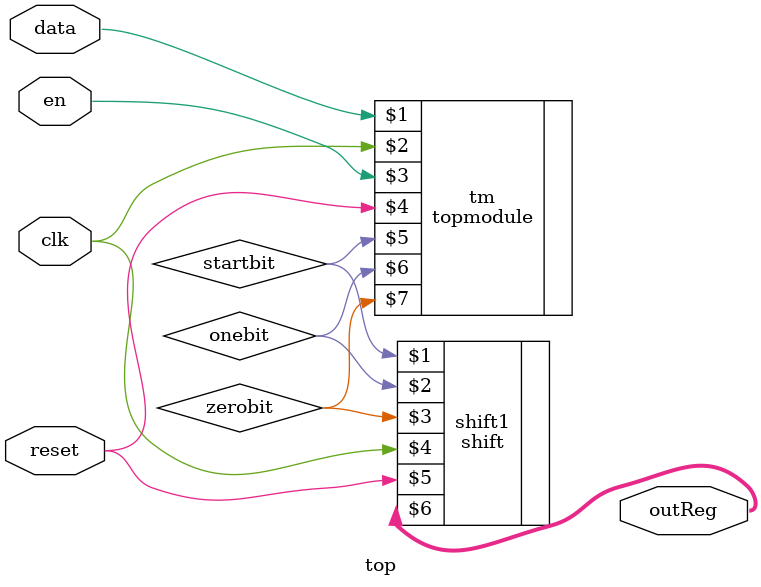
<source format=v>
module top(input data, input clk, input en, input reset, output [11:0]outReg);

    wire startbit, onebit, zerobit;
    topmodule tm(data, clk, en, reset, startbit, onebit, zerobit);
    shift shift1(startbit, onebit, zerobit, clk, reset, outReg[11:0]);

endmodule


</source>
